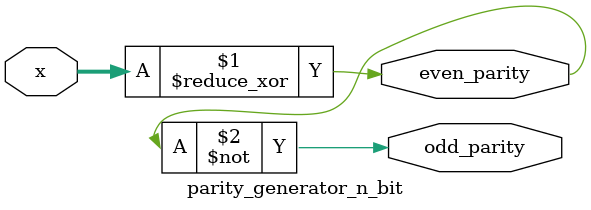
<source format=v>
module parity_generator_n_bit(x, even_parity, odd_parity);
    parameter N = 9;
    input [N-1:0] x;
    output even_parity, odd_parity;

    assign even_parity = ^x;
    assign odd_parity = ~even_parity;
endmodule

</source>
